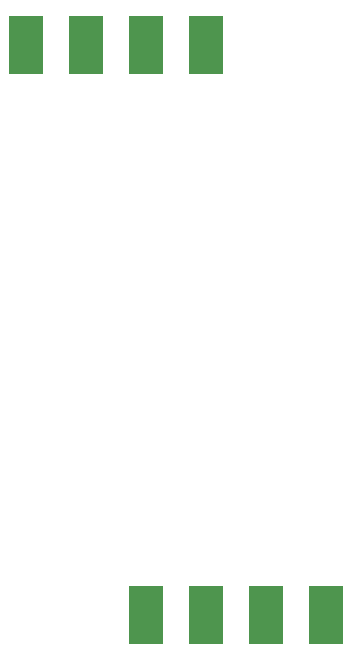
<source format=gtp>
G04 MADE WITH FRITZING*
G04 WWW.FRITZING.ORG*
G04 DOUBLE SIDED*
G04 HOLES PLATED*
G04 CONTOUR ON CENTER OF CONTOUR VECTOR*
%ASAXBY*%
%FSLAX23Y23*%
%MOIN*%
%OFA0B0*%
%SFA1.0B1.0*%
%ADD10R,0.118110X0.196850*%
%LNPASTEMASK1*%
G90*
G70*
G54D10*
X1122Y2135D03*
X2122Y235D03*
X1722Y235D03*
X1922Y235D03*
X1722Y2135D03*
X1522Y2135D03*
X1522Y235D03*
X1322Y2135D03*
G04 End of PasteMask1*
M02*
</source>
